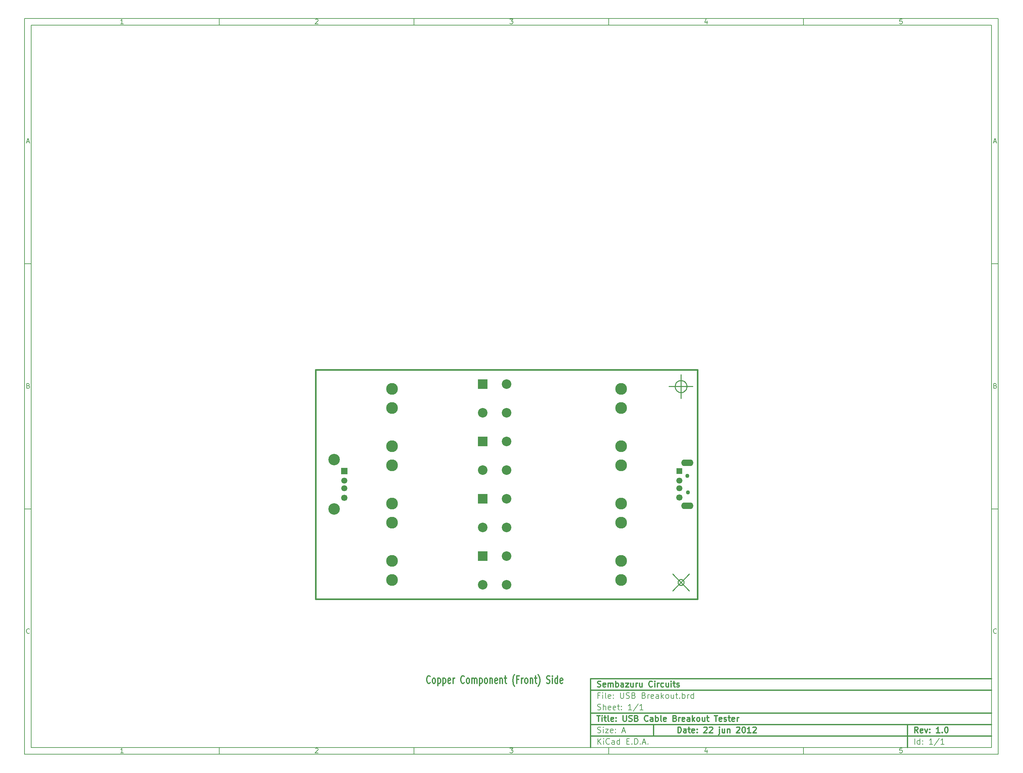
<source format=gtl>
G04 (created by PCBNEW-RS274X (2012-01-19 BZR 3256)-stable) date 08/08/2012 15:29:01*
G01*
G70*
G90*
%MOIN*%
G04 Gerber Fmt 3.4, Leading zero omitted, Abs format*
%FSLAX34Y34*%
G04 APERTURE LIST*
%ADD10C,0.006000*%
%ADD11C,0.012000*%
%ADD12C,0.010000*%
%ADD13C,0.015000*%
%ADD14R,0.100000X0.100000*%
%ADD15C,0.100000*%
%ADD16R,0.063200X0.063200*%
%ADD17O,0.066200X0.059100*%
%ADD18C,0.066200*%
%ADD19O,0.128400X0.069400*%
%ADD20C,0.043300*%
%ADD21R,0.066200X0.066200*%
%ADD22C,0.120600*%
%ADD23C,0.123000*%
G04 APERTURE END LIST*
G54D10*
X-30500Y36750D02*
X71500Y36750D01*
X71500Y-40250D01*
X-30500Y-40250D01*
X-30500Y36750D01*
X-29800Y36050D02*
X70800Y36050D01*
X70800Y-39550D01*
X-29800Y-39550D01*
X-29800Y36050D01*
X-10100Y36750D02*
X-10100Y36050D01*
X-20157Y36198D02*
X-20443Y36198D01*
X-20300Y36198D02*
X-20300Y36698D01*
X-20348Y36626D01*
X-20395Y36579D01*
X-20443Y36555D01*
X-10100Y-40250D02*
X-10100Y-39550D01*
X-20157Y-40102D02*
X-20443Y-40102D01*
X-20300Y-40102D02*
X-20300Y-39602D01*
X-20348Y-39674D01*
X-20395Y-39721D01*
X-20443Y-39745D01*
X10300Y36750D02*
X10300Y36050D01*
X-00043Y36650D02*
X-00019Y36674D01*
X00029Y36698D01*
X00148Y36698D01*
X00195Y36674D01*
X00219Y36650D01*
X00243Y36602D01*
X00243Y36555D01*
X00219Y36483D01*
X-00067Y36198D01*
X00243Y36198D01*
X10300Y-40250D02*
X10300Y-39550D01*
X-00043Y-39650D02*
X-00019Y-39626D01*
X00029Y-39602D01*
X00148Y-39602D01*
X00195Y-39626D01*
X00219Y-39650D01*
X00243Y-39698D01*
X00243Y-39745D01*
X00219Y-39817D01*
X-00067Y-40102D01*
X00243Y-40102D01*
X30700Y36750D02*
X30700Y36050D01*
X20333Y36698D02*
X20643Y36698D01*
X20476Y36507D01*
X20548Y36507D01*
X20595Y36483D01*
X20619Y36460D01*
X20643Y36412D01*
X20643Y36293D01*
X20619Y36245D01*
X20595Y36221D01*
X20548Y36198D01*
X20405Y36198D01*
X20357Y36221D01*
X20333Y36245D01*
X30700Y-40250D02*
X30700Y-39550D01*
X20333Y-39602D02*
X20643Y-39602D01*
X20476Y-39793D01*
X20548Y-39793D01*
X20595Y-39817D01*
X20619Y-39840D01*
X20643Y-39888D01*
X20643Y-40007D01*
X20619Y-40055D01*
X20595Y-40079D01*
X20548Y-40102D01*
X20405Y-40102D01*
X20357Y-40079D01*
X20333Y-40055D01*
X51100Y36750D02*
X51100Y36050D01*
X40995Y36531D02*
X40995Y36198D01*
X40876Y36721D02*
X40757Y36364D01*
X41067Y36364D01*
X51100Y-40250D02*
X51100Y-39550D01*
X40995Y-39769D02*
X40995Y-40102D01*
X40876Y-39579D02*
X40757Y-39936D01*
X41067Y-39936D01*
X61419Y36698D02*
X61181Y36698D01*
X61157Y36460D01*
X61181Y36483D01*
X61229Y36507D01*
X61348Y36507D01*
X61395Y36483D01*
X61419Y36460D01*
X61443Y36412D01*
X61443Y36293D01*
X61419Y36245D01*
X61395Y36221D01*
X61348Y36198D01*
X61229Y36198D01*
X61181Y36221D01*
X61157Y36245D01*
X61419Y-39602D02*
X61181Y-39602D01*
X61157Y-39840D01*
X61181Y-39817D01*
X61229Y-39793D01*
X61348Y-39793D01*
X61395Y-39817D01*
X61419Y-39840D01*
X61443Y-39888D01*
X61443Y-40007D01*
X61419Y-40055D01*
X61395Y-40079D01*
X61348Y-40102D01*
X61229Y-40102D01*
X61181Y-40079D01*
X61157Y-40055D01*
X-30500Y11090D02*
X-29800Y11090D01*
X-30269Y23860D02*
X-30031Y23860D01*
X-30316Y23718D02*
X-30150Y24218D01*
X-29983Y23718D01*
X71500Y11090D02*
X70800Y11090D01*
X71031Y23860D02*
X71269Y23860D01*
X70984Y23718D02*
X71150Y24218D01*
X71317Y23718D01*
X-30500Y-14570D02*
X-29800Y-14570D01*
X-30114Y-01680D02*
X-30043Y-01704D01*
X-30019Y-01728D01*
X-29995Y-01776D01*
X-29995Y-01847D01*
X-30019Y-01895D01*
X-30043Y-01919D01*
X-30090Y-01942D01*
X-30281Y-01942D01*
X-30281Y-01442D01*
X-30114Y-01442D01*
X-30067Y-01466D01*
X-30043Y-01490D01*
X-30019Y-01538D01*
X-30019Y-01585D01*
X-30043Y-01633D01*
X-30067Y-01657D01*
X-30114Y-01680D01*
X-30281Y-01680D01*
X71500Y-14570D02*
X70800Y-14570D01*
X71186Y-01680D02*
X71257Y-01704D01*
X71281Y-01728D01*
X71305Y-01776D01*
X71305Y-01847D01*
X71281Y-01895D01*
X71257Y-01919D01*
X71210Y-01942D01*
X71019Y-01942D01*
X71019Y-01442D01*
X71186Y-01442D01*
X71233Y-01466D01*
X71257Y-01490D01*
X71281Y-01538D01*
X71281Y-01585D01*
X71257Y-01633D01*
X71233Y-01657D01*
X71186Y-01680D01*
X71019Y-01680D01*
X-29995Y-27555D02*
X-30019Y-27579D01*
X-30090Y-27602D01*
X-30138Y-27602D01*
X-30210Y-27579D01*
X-30257Y-27531D01*
X-30281Y-27483D01*
X-30305Y-27388D01*
X-30305Y-27317D01*
X-30281Y-27221D01*
X-30257Y-27174D01*
X-30210Y-27126D01*
X-30138Y-27102D01*
X-30090Y-27102D01*
X-30019Y-27126D01*
X-29995Y-27150D01*
X71305Y-27555D02*
X71281Y-27579D01*
X71210Y-27602D01*
X71162Y-27602D01*
X71090Y-27579D01*
X71043Y-27531D01*
X71019Y-27483D01*
X70995Y-27388D01*
X70995Y-27317D01*
X71019Y-27221D01*
X71043Y-27174D01*
X71090Y-27126D01*
X71162Y-27102D01*
X71210Y-27102D01*
X71281Y-27126D01*
X71305Y-27150D01*
G54D11*
X37943Y-37993D02*
X37943Y-37393D01*
X38086Y-37393D01*
X38171Y-37421D01*
X38229Y-37479D01*
X38257Y-37536D01*
X38286Y-37650D01*
X38286Y-37736D01*
X38257Y-37850D01*
X38229Y-37907D01*
X38171Y-37964D01*
X38086Y-37993D01*
X37943Y-37993D01*
X38800Y-37993D02*
X38800Y-37679D01*
X38771Y-37621D01*
X38714Y-37593D01*
X38600Y-37593D01*
X38543Y-37621D01*
X38800Y-37964D02*
X38743Y-37993D01*
X38600Y-37993D01*
X38543Y-37964D01*
X38514Y-37907D01*
X38514Y-37850D01*
X38543Y-37793D01*
X38600Y-37764D01*
X38743Y-37764D01*
X38800Y-37736D01*
X39000Y-37593D02*
X39229Y-37593D01*
X39086Y-37393D02*
X39086Y-37907D01*
X39114Y-37964D01*
X39172Y-37993D01*
X39229Y-37993D01*
X39657Y-37964D02*
X39600Y-37993D01*
X39486Y-37993D01*
X39429Y-37964D01*
X39400Y-37907D01*
X39400Y-37679D01*
X39429Y-37621D01*
X39486Y-37593D01*
X39600Y-37593D01*
X39657Y-37621D01*
X39686Y-37679D01*
X39686Y-37736D01*
X39400Y-37793D01*
X39943Y-37936D02*
X39971Y-37964D01*
X39943Y-37993D01*
X39914Y-37964D01*
X39943Y-37936D01*
X39943Y-37993D01*
X39943Y-37621D02*
X39971Y-37650D01*
X39943Y-37679D01*
X39914Y-37650D01*
X39943Y-37621D01*
X39943Y-37679D01*
X40657Y-37450D02*
X40686Y-37421D01*
X40743Y-37393D01*
X40886Y-37393D01*
X40943Y-37421D01*
X40972Y-37450D01*
X41000Y-37507D01*
X41000Y-37564D01*
X40972Y-37650D01*
X40629Y-37993D01*
X41000Y-37993D01*
X41228Y-37450D02*
X41257Y-37421D01*
X41314Y-37393D01*
X41457Y-37393D01*
X41514Y-37421D01*
X41543Y-37450D01*
X41571Y-37507D01*
X41571Y-37564D01*
X41543Y-37650D01*
X41200Y-37993D01*
X41571Y-37993D01*
X42285Y-37593D02*
X42285Y-38107D01*
X42256Y-38164D01*
X42199Y-38193D01*
X42171Y-38193D01*
X42285Y-37393D02*
X42256Y-37421D01*
X42285Y-37450D01*
X42313Y-37421D01*
X42285Y-37393D01*
X42285Y-37450D01*
X42828Y-37593D02*
X42828Y-37993D01*
X42571Y-37593D02*
X42571Y-37907D01*
X42599Y-37964D01*
X42657Y-37993D01*
X42742Y-37993D01*
X42799Y-37964D01*
X42828Y-37936D01*
X43114Y-37593D02*
X43114Y-37993D01*
X43114Y-37650D02*
X43142Y-37621D01*
X43200Y-37593D01*
X43285Y-37593D01*
X43342Y-37621D01*
X43371Y-37679D01*
X43371Y-37993D01*
X44085Y-37450D02*
X44114Y-37421D01*
X44171Y-37393D01*
X44314Y-37393D01*
X44371Y-37421D01*
X44400Y-37450D01*
X44428Y-37507D01*
X44428Y-37564D01*
X44400Y-37650D01*
X44057Y-37993D01*
X44428Y-37993D01*
X44799Y-37393D02*
X44856Y-37393D01*
X44913Y-37421D01*
X44942Y-37450D01*
X44971Y-37507D01*
X44999Y-37621D01*
X44999Y-37764D01*
X44971Y-37879D01*
X44942Y-37936D01*
X44913Y-37964D01*
X44856Y-37993D01*
X44799Y-37993D01*
X44742Y-37964D01*
X44713Y-37936D01*
X44685Y-37879D01*
X44656Y-37764D01*
X44656Y-37621D01*
X44685Y-37507D01*
X44713Y-37450D01*
X44742Y-37421D01*
X44799Y-37393D01*
X45570Y-37993D02*
X45227Y-37993D01*
X45399Y-37993D02*
X45399Y-37393D01*
X45342Y-37479D01*
X45284Y-37536D01*
X45227Y-37564D01*
X45798Y-37450D02*
X45827Y-37421D01*
X45884Y-37393D01*
X46027Y-37393D01*
X46084Y-37421D01*
X46113Y-37450D01*
X46141Y-37507D01*
X46141Y-37564D01*
X46113Y-37650D01*
X45770Y-37993D01*
X46141Y-37993D01*
G54D10*
X29543Y-39193D02*
X29543Y-38593D01*
X29886Y-39193D02*
X29629Y-38850D01*
X29886Y-38593D02*
X29543Y-38936D01*
X30143Y-39193D02*
X30143Y-38793D01*
X30143Y-38593D02*
X30114Y-38621D01*
X30143Y-38650D01*
X30171Y-38621D01*
X30143Y-38593D01*
X30143Y-38650D01*
X30772Y-39136D02*
X30743Y-39164D01*
X30657Y-39193D01*
X30600Y-39193D01*
X30515Y-39164D01*
X30457Y-39107D01*
X30429Y-39050D01*
X30400Y-38936D01*
X30400Y-38850D01*
X30429Y-38736D01*
X30457Y-38679D01*
X30515Y-38621D01*
X30600Y-38593D01*
X30657Y-38593D01*
X30743Y-38621D01*
X30772Y-38650D01*
X31286Y-39193D02*
X31286Y-38879D01*
X31257Y-38821D01*
X31200Y-38793D01*
X31086Y-38793D01*
X31029Y-38821D01*
X31286Y-39164D02*
X31229Y-39193D01*
X31086Y-39193D01*
X31029Y-39164D01*
X31000Y-39107D01*
X31000Y-39050D01*
X31029Y-38993D01*
X31086Y-38964D01*
X31229Y-38964D01*
X31286Y-38936D01*
X31829Y-39193D02*
X31829Y-38593D01*
X31829Y-39164D02*
X31772Y-39193D01*
X31658Y-39193D01*
X31600Y-39164D01*
X31572Y-39136D01*
X31543Y-39079D01*
X31543Y-38907D01*
X31572Y-38850D01*
X31600Y-38821D01*
X31658Y-38793D01*
X31772Y-38793D01*
X31829Y-38821D01*
X32572Y-38879D02*
X32772Y-38879D01*
X32858Y-39193D02*
X32572Y-39193D01*
X32572Y-38593D01*
X32858Y-38593D01*
X33115Y-39136D02*
X33143Y-39164D01*
X33115Y-39193D01*
X33086Y-39164D01*
X33115Y-39136D01*
X33115Y-39193D01*
X33401Y-39193D02*
X33401Y-38593D01*
X33544Y-38593D01*
X33629Y-38621D01*
X33687Y-38679D01*
X33715Y-38736D01*
X33744Y-38850D01*
X33744Y-38936D01*
X33715Y-39050D01*
X33687Y-39107D01*
X33629Y-39164D01*
X33544Y-39193D01*
X33401Y-39193D01*
X34001Y-39136D02*
X34029Y-39164D01*
X34001Y-39193D01*
X33972Y-39164D01*
X34001Y-39136D01*
X34001Y-39193D01*
X34258Y-39021D02*
X34544Y-39021D01*
X34201Y-39193D02*
X34401Y-38593D01*
X34601Y-39193D01*
X34801Y-39136D02*
X34829Y-39164D01*
X34801Y-39193D01*
X34772Y-39164D01*
X34801Y-39136D01*
X34801Y-39193D01*
G54D11*
X63086Y-37993D02*
X62886Y-37707D01*
X62743Y-37993D02*
X62743Y-37393D01*
X62971Y-37393D01*
X63029Y-37421D01*
X63057Y-37450D01*
X63086Y-37507D01*
X63086Y-37593D01*
X63057Y-37650D01*
X63029Y-37679D01*
X62971Y-37707D01*
X62743Y-37707D01*
X63571Y-37964D02*
X63514Y-37993D01*
X63400Y-37993D01*
X63343Y-37964D01*
X63314Y-37907D01*
X63314Y-37679D01*
X63343Y-37621D01*
X63400Y-37593D01*
X63514Y-37593D01*
X63571Y-37621D01*
X63600Y-37679D01*
X63600Y-37736D01*
X63314Y-37793D01*
X63800Y-37593D02*
X63943Y-37993D01*
X64085Y-37593D01*
X64314Y-37936D02*
X64342Y-37964D01*
X64314Y-37993D01*
X64285Y-37964D01*
X64314Y-37936D01*
X64314Y-37993D01*
X64314Y-37621D02*
X64342Y-37650D01*
X64314Y-37679D01*
X64285Y-37650D01*
X64314Y-37621D01*
X64314Y-37679D01*
X65371Y-37993D02*
X65028Y-37993D01*
X65200Y-37993D02*
X65200Y-37393D01*
X65143Y-37479D01*
X65085Y-37536D01*
X65028Y-37564D01*
X65628Y-37936D02*
X65656Y-37964D01*
X65628Y-37993D01*
X65599Y-37964D01*
X65628Y-37936D01*
X65628Y-37993D01*
X66028Y-37393D02*
X66085Y-37393D01*
X66142Y-37421D01*
X66171Y-37450D01*
X66200Y-37507D01*
X66228Y-37621D01*
X66228Y-37764D01*
X66200Y-37879D01*
X66171Y-37936D01*
X66142Y-37964D01*
X66085Y-37993D01*
X66028Y-37993D01*
X65971Y-37964D01*
X65942Y-37936D01*
X65914Y-37879D01*
X65885Y-37764D01*
X65885Y-37621D01*
X65914Y-37507D01*
X65942Y-37450D01*
X65971Y-37421D01*
X66028Y-37393D01*
G54D10*
X29514Y-37964D02*
X29600Y-37993D01*
X29743Y-37993D01*
X29800Y-37964D01*
X29829Y-37936D01*
X29857Y-37879D01*
X29857Y-37821D01*
X29829Y-37764D01*
X29800Y-37736D01*
X29743Y-37707D01*
X29629Y-37679D01*
X29571Y-37650D01*
X29543Y-37621D01*
X29514Y-37564D01*
X29514Y-37507D01*
X29543Y-37450D01*
X29571Y-37421D01*
X29629Y-37393D01*
X29771Y-37393D01*
X29857Y-37421D01*
X30114Y-37993D02*
X30114Y-37593D01*
X30114Y-37393D02*
X30085Y-37421D01*
X30114Y-37450D01*
X30142Y-37421D01*
X30114Y-37393D01*
X30114Y-37450D01*
X30343Y-37593D02*
X30657Y-37593D01*
X30343Y-37993D01*
X30657Y-37993D01*
X31114Y-37964D02*
X31057Y-37993D01*
X30943Y-37993D01*
X30886Y-37964D01*
X30857Y-37907D01*
X30857Y-37679D01*
X30886Y-37621D01*
X30943Y-37593D01*
X31057Y-37593D01*
X31114Y-37621D01*
X31143Y-37679D01*
X31143Y-37736D01*
X30857Y-37793D01*
X31400Y-37936D02*
X31428Y-37964D01*
X31400Y-37993D01*
X31371Y-37964D01*
X31400Y-37936D01*
X31400Y-37993D01*
X31400Y-37621D02*
X31428Y-37650D01*
X31400Y-37679D01*
X31371Y-37650D01*
X31400Y-37621D01*
X31400Y-37679D01*
X32114Y-37821D02*
X32400Y-37821D01*
X32057Y-37993D02*
X32257Y-37393D01*
X32457Y-37993D01*
X62743Y-39193D02*
X62743Y-38593D01*
X63286Y-39193D02*
X63286Y-38593D01*
X63286Y-39164D02*
X63229Y-39193D01*
X63115Y-39193D01*
X63057Y-39164D01*
X63029Y-39136D01*
X63000Y-39079D01*
X63000Y-38907D01*
X63029Y-38850D01*
X63057Y-38821D01*
X63115Y-38793D01*
X63229Y-38793D01*
X63286Y-38821D01*
X63572Y-39136D02*
X63600Y-39164D01*
X63572Y-39193D01*
X63543Y-39164D01*
X63572Y-39136D01*
X63572Y-39193D01*
X63572Y-38821D02*
X63600Y-38850D01*
X63572Y-38879D01*
X63543Y-38850D01*
X63572Y-38821D01*
X63572Y-38879D01*
X64629Y-39193D02*
X64286Y-39193D01*
X64458Y-39193D02*
X64458Y-38593D01*
X64401Y-38679D01*
X64343Y-38736D01*
X64286Y-38764D01*
X65314Y-38564D02*
X64800Y-39336D01*
X65829Y-39193D02*
X65486Y-39193D01*
X65658Y-39193D02*
X65658Y-38593D01*
X65601Y-38679D01*
X65543Y-38736D01*
X65486Y-38764D01*
G54D11*
X29457Y-36193D02*
X29800Y-36193D01*
X29629Y-36793D02*
X29629Y-36193D01*
X30000Y-36793D02*
X30000Y-36393D01*
X30000Y-36193D02*
X29971Y-36221D01*
X30000Y-36250D01*
X30028Y-36221D01*
X30000Y-36193D01*
X30000Y-36250D01*
X30200Y-36393D02*
X30429Y-36393D01*
X30286Y-36193D02*
X30286Y-36707D01*
X30314Y-36764D01*
X30372Y-36793D01*
X30429Y-36793D01*
X30715Y-36793D02*
X30657Y-36764D01*
X30629Y-36707D01*
X30629Y-36193D01*
X31171Y-36764D02*
X31114Y-36793D01*
X31000Y-36793D01*
X30943Y-36764D01*
X30914Y-36707D01*
X30914Y-36479D01*
X30943Y-36421D01*
X31000Y-36393D01*
X31114Y-36393D01*
X31171Y-36421D01*
X31200Y-36479D01*
X31200Y-36536D01*
X30914Y-36593D01*
X31457Y-36736D02*
X31485Y-36764D01*
X31457Y-36793D01*
X31428Y-36764D01*
X31457Y-36736D01*
X31457Y-36793D01*
X31457Y-36421D02*
X31485Y-36450D01*
X31457Y-36479D01*
X31428Y-36450D01*
X31457Y-36421D01*
X31457Y-36479D01*
X32200Y-36193D02*
X32200Y-36679D01*
X32228Y-36736D01*
X32257Y-36764D01*
X32314Y-36793D01*
X32428Y-36793D01*
X32486Y-36764D01*
X32514Y-36736D01*
X32543Y-36679D01*
X32543Y-36193D01*
X32800Y-36764D02*
X32886Y-36793D01*
X33029Y-36793D01*
X33086Y-36764D01*
X33115Y-36736D01*
X33143Y-36679D01*
X33143Y-36621D01*
X33115Y-36564D01*
X33086Y-36536D01*
X33029Y-36507D01*
X32915Y-36479D01*
X32857Y-36450D01*
X32829Y-36421D01*
X32800Y-36364D01*
X32800Y-36307D01*
X32829Y-36250D01*
X32857Y-36221D01*
X32915Y-36193D01*
X33057Y-36193D01*
X33143Y-36221D01*
X33600Y-36479D02*
X33686Y-36507D01*
X33714Y-36536D01*
X33743Y-36593D01*
X33743Y-36679D01*
X33714Y-36736D01*
X33686Y-36764D01*
X33628Y-36793D01*
X33400Y-36793D01*
X33400Y-36193D01*
X33600Y-36193D01*
X33657Y-36221D01*
X33686Y-36250D01*
X33714Y-36307D01*
X33714Y-36364D01*
X33686Y-36421D01*
X33657Y-36450D01*
X33600Y-36479D01*
X33400Y-36479D01*
X34800Y-36736D02*
X34771Y-36764D01*
X34685Y-36793D01*
X34628Y-36793D01*
X34543Y-36764D01*
X34485Y-36707D01*
X34457Y-36650D01*
X34428Y-36536D01*
X34428Y-36450D01*
X34457Y-36336D01*
X34485Y-36279D01*
X34543Y-36221D01*
X34628Y-36193D01*
X34685Y-36193D01*
X34771Y-36221D01*
X34800Y-36250D01*
X35314Y-36793D02*
X35314Y-36479D01*
X35285Y-36421D01*
X35228Y-36393D01*
X35114Y-36393D01*
X35057Y-36421D01*
X35314Y-36764D02*
X35257Y-36793D01*
X35114Y-36793D01*
X35057Y-36764D01*
X35028Y-36707D01*
X35028Y-36650D01*
X35057Y-36593D01*
X35114Y-36564D01*
X35257Y-36564D01*
X35314Y-36536D01*
X35600Y-36793D02*
X35600Y-36193D01*
X35600Y-36421D02*
X35657Y-36393D01*
X35771Y-36393D01*
X35828Y-36421D01*
X35857Y-36450D01*
X35886Y-36507D01*
X35886Y-36679D01*
X35857Y-36736D01*
X35828Y-36764D01*
X35771Y-36793D01*
X35657Y-36793D01*
X35600Y-36764D01*
X36229Y-36793D02*
X36171Y-36764D01*
X36143Y-36707D01*
X36143Y-36193D01*
X36685Y-36764D02*
X36628Y-36793D01*
X36514Y-36793D01*
X36457Y-36764D01*
X36428Y-36707D01*
X36428Y-36479D01*
X36457Y-36421D01*
X36514Y-36393D01*
X36628Y-36393D01*
X36685Y-36421D01*
X36714Y-36479D01*
X36714Y-36536D01*
X36428Y-36593D01*
X37628Y-36479D02*
X37714Y-36507D01*
X37742Y-36536D01*
X37771Y-36593D01*
X37771Y-36679D01*
X37742Y-36736D01*
X37714Y-36764D01*
X37656Y-36793D01*
X37428Y-36793D01*
X37428Y-36193D01*
X37628Y-36193D01*
X37685Y-36221D01*
X37714Y-36250D01*
X37742Y-36307D01*
X37742Y-36364D01*
X37714Y-36421D01*
X37685Y-36450D01*
X37628Y-36479D01*
X37428Y-36479D01*
X38028Y-36793D02*
X38028Y-36393D01*
X38028Y-36507D02*
X38056Y-36450D01*
X38085Y-36421D01*
X38142Y-36393D01*
X38199Y-36393D01*
X38627Y-36764D02*
X38570Y-36793D01*
X38456Y-36793D01*
X38399Y-36764D01*
X38370Y-36707D01*
X38370Y-36479D01*
X38399Y-36421D01*
X38456Y-36393D01*
X38570Y-36393D01*
X38627Y-36421D01*
X38656Y-36479D01*
X38656Y-36536D01*
X38370Y-36593D01*
X39170Y-36793D02*
X39170Y-36479D01*
X39141Y-36421D01*
X39084Y-36393D01*
X38970Y-36393D01*
X38913Y-36421D01*
X39170Y-36764D02*
X39113Y-36793D01*
X38970Y-36793D01*
X38913Y-36764D01*
X38884Y-36707D01*
X38884Y-36650D01*
X38913Y-36593D01*
X38970Y-36564D01*
X39113Y-36564D01*
X39170Y-36536D01*
X39456Y-36793D02*
X39456Y-36193D01*
X39513Y-36564D02*
X39684Y-36793D01*
X39684Y-36393D02*
X39456Y-36621D01*
X40028Y-36793D02*
X39970Y-36764D01*
X39942Y-36736D01*
X39913Y-36679D01*
X39913Y-36507D01*
X39942Y-36450D01*
X39970Y-36421D01*
X40028Y-36393D01*
X40113Y-36393D01*
X40170Y-36421D01*
X40199Y-36450D01*
X40228Y-36507D01*
X40228Y-36679D01*
X40199Y-36736D01*
X40170Y-36764D01*
X40113Y-36793D01*
X40028Y-36793D01*
X40742Y-36393D02*
X40742Y-36793D01*
X40485Y-36393D02*
X40485Y-36707D01*
X40513Y-36764D01*
X40571Y-36793D01*
X40656Y-36793D01*
X40713Y-36764D01*
X40742Y-36736D01*
X40942Y-36393D02*
X41171Y-36393D01*
X41028Y-36193D02*
X41028Y-36707D01*
X41056Y-36764D01*
X41114Y-36793D01*
X41171Y-36793D01*
X41742Y-36193D02*
X42085Y-36193D01*
X41914Y-36793D02*
X41914Y-36193D01*
X42513Y-36764D02*
X42456Y-36793D01*
X42342Y-36793D01*
X42285Y-36764D01*
X42256Y-36707D01*
X42256Y-36479D01*
X42285Y-36421D01*
X42342Y-36393D01*
X42456Y-36393D01*
X42513Y-36421D01*
X42542Y-36479D01*
X42542Y-36536D01*
X42256Y-36593D01*
X42770Y-36764D02*
X42827Y-36793D01*
X42942Y-36793D01*
X42999Y-36764D01*
X43027Y-36707D01*
X43027Y-36679D01*
X42999Y-36621D01*
X42942Y-36593D01*
X42856Y-36593D01*
X42799Y-36564D01*
X42770Y-36507D01*
X42770Y-36479D01*
X42799Y-36421D01*
X42856Y-36393D01*
X42942Y-36393D01*
X42999Y-36421D01*
X43199Y-36393D02*
X43428Y-36393D01*
X43285Y-36193D02*
X43285Y-36707D01*
X43313Y-36764D01*
X43371Y-36793D01*
X43428Y-36793D01*
X43856Y-36764D02*
X43799Y-36793D01*
X43685Y-36793D01*
X43628Y-36764D01*
X43599Y-36707D01*
X43599Y-36479D01*
X43628Y-36421D01*
X43685Y-36393D01*
X43799Y-36393D01*
X43856Y-36421D01*
X43885Y-36479D01*
X43885Y-36536D01*
X43599Y-36593D01*
X44142Y-36793D02*
X44142Y-36393D01*
X44142Y-36507D02*
X44170Y-36450D01*
X44199Y-36421D01*
X44256Y-36393D01*
X44313Y-36393D01*
G54D10*
X29743Y-34079D02*
X29543Y-34079D01*
X29543Y-34393D02*
X29543Y-33793D01*
X29829Y-33793D01*
X30057Y-34393D02*
X30057Y-33993D01*
X30057Y-33793D02*
X30028Y-33821D01*
X30057Y-33850D01*
X30085Y-33821D01*
X30057Y-33793D01*
X30057Y-33850D01*
X30429Y-34393D02*
X30371Y-34364D01*
X30343Y-34307D01*
X30343Y-33793D01*
X30885Y-34364D02*
X30828Y-34393D01*
X30714Y-34393D01*
X30657Y-34364D01*
X30628Y-34307D01*
X30628Y-34079D01*
X30657Y-34021D01*
X30714Y-33993D01*
X30828Y-33993D01*
X30885Y-34021D01*
X30914Y-34079D01*
X30914Y-34136D01*
X30628Y-34193D01*
X31171Y-34336D02*
X31199Y-34364D01*
X31171Y-34393D01*
X31142Y-34364D01*
X31171Y-34336D01*
X31171Y-34393D01*
X31171Y-34021D02*
X31199Y-34050D01*
X31171Y-34079D01*
X31142Y-34050D01*
X31171Y-34021D01*
X31171Y-34079D01*
X31914Y-33793D02*
X31914Y-34279D01*
X31942Y-34336D01*
X31971Y-34364D01*
X32028Y-34393D01*
X32142Y-34393D01*
X32200Y-34364D01*
X32228Y-34336D01*
X32257Y-34279D01*
X32257Y-33793D01*
X32514Y-34364D02*
X32600Y-34393D01*
X32743Y-34393D01*
X32800Y-34364D01*
X32829Y-34336D01*
X32857Y-34279D01*
X32857Y-34221D01*
X32829Y-34164D01*
X32800Y-34136D01*
X32743Y-34107D01*
X32629Y-34079D01*
X32571Y-34050D01*
X32543Y-34021D01*
X32514Y-33964D01*
X32514Y-33907D01*
X32543Y-33850D01*
X32571Y-33821D01*
X32629Y-33793D01*
X32771Y-33793D01*
X32857Y-33821D01*
X33314Y-34079D02*
X33400Y-34107D01*
X33428Y-34136D01*
X33457Y-34193D01*
X33457Y-34279D01*
X33428Y-34336D01*
X33400Y-34364D01*
X33342Y-34393D01*
X33114Y-34393D01*
X33114Y-33793D01*
X33314Y-33793D01*
X33371Y-33821D01*
X33400Y-33850D01*
X33428Y-33907D01*
X33428Y-33964D01*
X33400Y-34021D01*
X33371Y-34050D01*
X33314Y-34079D01*
X33114Y-34079D01*
X34371Y-34079D02*
X34457Y-34107D01*
X34485Y-34136D01*
X34514Y-34193D01*
X34514Y-34279D01*
X34485Y-34336D01*
X34457Y-34364D01*
X34399Y-34393D01*
X34171Y-34393D01*
X34171Y-33793D01*
X34371Y-33793D01*
X34428Y-33821D01*
X34457Y-33850D01*
X34485Y-33907D01*
X34485Y-33964D01*
X34457Y-34021D01*
X34428Y-34050D01*
X34371Y-34079D01*
X34171Y-34079D01*
X34771Y-34393D02*
X34771Y-33993D01*
X34771Y-34107D02*
X34799Y-34050D01*
X34828Y-34021D01*
X34885Y-33993D01*
X34942Y-33993D01*
X35370Y-34364D02*
X35313Y-34393D01*
X35199Y-34393D01*
X35142Y-34364D01*
X35113Y-34307D01*
X35113Y-34079D01*
X35142Y-34021D01*
X35199Y-33993D01*
X35313Y-33993D01*
X35370Y-34021D01*
X35399Y-34079D01*
X35399Y-34136D01*
X35113Y-34193D01*
X35913Y-34393D02*
X35913Y-34079D01*
X35884Y-34021D01*
X35827Y-33993D01*
X35713Y-33993D01*
X35656Y-34021D01*
X35913Y-34364D02*
X35856Y-34393D01*
X35713Y-34393D01*
X35656Y-34364D01*
X35627Y-34307D01*
X35627Y-34250D01*
X35656Y-34193D01*
X35713Y-34164D01*
X35856Y-34164D01*
X35913Y-34136D01*
X36199Y-34393D02*
X36199Y-33793D01*
X36256Y-34164D02*
X36427Y-34393D01*
X36427Y-33993D02*
X36199Y-34221D01*
X36771Y-34393D02*
X36713Y-34364D01*
X36685Y-34336D01*
X36656Y-34279D01*
X36656Y-34107D01*
X36685Y-34050D01*
X36713Y-34021D01*
X36771Y-33993D01*
X36856Y-33993D01*
X36913Y-34021D01*
X36942Y-34050D01*
X36971Y-34107D01*
X36971Y-34279D01*
X36942Y-34336D01*
X36913Y-34364D01*
X36856Y-34393D01*
X36771Y-34393D01*
X37485Y-33993D02*
X37485Y-34393D01*
X37228Y-33993D02*
X37228Y-34307D01*
X37256Y-34364D01*
X37314Y-34393D01*
X37399Y-34393D01*
X37456Y-34364D01*
X37485Y-34336D01*
X37685Y-33993D02*
X37914Y-33993D01*
X37771Y-33793D02*
X37771Y-34307D01*
X37799Y-34364D01*
X37857Y-34393D01*
X37914Y-34393D01*
X38114Y-34336D02*
X38142Y-34364D01*
X38114Y-34393D01*
X38085Y-34364D01*
X38114Y-34336D01*
X38114Y-34393D01*
X38400Y-34393D02*
X38400Y-33793D01*
X38400Y-34021D02*
X38457Y-33993D01*
X38571Y-33993D01*
X38628Y-34021D01*
X38657Y-34050D01*
X38686Y-34107D01*
X38686Y-34279D01*
X38657Y-34336D01*
X38628Y-34364D01*
X38571Y-34393D01*
X38457Y-34393D01*
X38400Y-34364D01*
X38943Y-34393D02*
X38943Y-33993D01*
X38943Y-34107D02*
X38971Y-34050D01*
X39000Y-34021D01*
X39057Y-33993D01*
X39114Y-33993D01*
X39571Y-34393D02*
X39571Y-33793D01*
X39571Y-34364D02*
X39514Y-34393D01*
X39400Y-34393D01*
X39342Y-34364D01*
X39314Y-34336D01*
X39285Y-34279D01*
X39285Y-34107D01*
X39314Y-34050D01*
X39342Y-34021D01*
X39400Y-33993D01*
X39514Y-33993D01*
X39571Y-34021D01*
X29514Y-35564D02*
X29600Y-35593D01*
X29743Y-35593D01*
X29800Y-35564D01*
X29829Y-35536D01*
X29857Y-35479D01*
X29857Y-35421D01*
X29829Y-35364D01*
X29800Y-35336D01*
X29743Y-35307D01*
X29629Y-35279D01*
X29571Y-35250D01*
X29543Y-35221D01*
X29514Y-35164D01*
X29514Y-35107D01*
X29543Y-35050D01*
X29571Y-35021D01*
X29629Y-34993D01*
X29771Y-34993D01*
X29857Y-35021D01*
X30114Y-35593D02*
X30114Y-34993D01*
X30371Y-35593D02*
X30371Y-35279D01*
X30342Y-35221D01*
X30285Y-35193D01*
X30200Y-35193D01*
X30142Y-35221D01*
X30114Y-35250D01*
X30885Y-35564D02*
X30828Y-35593D01*
X30714Y-35593D01*
X30657Y-35564D01*
X30628Y-35507D01*
X30628Y-35279D01*
X30657Y-35221D01*
X30714Y-35193D01*
X30828Y-35193D01*
X30885Y-35221D01*
X30914Y-35279D01*
X30914Y-35336D01*
X30628Y-35393D01*
X31399Y-35564D02*
X31342Y-35593D01*
X31228Y-35593D01*
X31171Y-35564D01*
X31142Y-35507D01*
X31142Y-35279D01*
X31171Y-35221D01*
X31228Y-35193D01*
X31342Y-35193D01*
X31399Y-35221D01*
X31428Y-35279D01*
X31428Y-35336D01*
X31142Y-35393D01*
X31599Y-35193D02*
X31828Y-35193D01*
X31685Y-34993D02*
X31685Y-35507D01*
X31713Y-35564D01*
X31771Y-35593D01*
X31828Y-35593D01*
X32028Y-35536D02*
X32056Y-35564D01*
X32028Y-35593D01*
X31999Y-35564D01*
X32028Y-35536D01*
X32028Y-35593D01*
X32028Y-35221D02*
X32056Y-35250D01*
X32028Y-35279D01*
X31999Y-35250D01*
X32028Y-35221D01*
X32028Y-35279D01*
X33085Y-35593D02*
X32742Y-35593D01*
X32914Y-35593D02*
X32914Y-34993D01*
X32857Y-35079D01*
X32799Y-35136D01*
X32742Y-35164D01*
X33770Y-34964D02*
X33256Y-35736D01*
X34285Y-35593D02*
X33942Y-35593D01*
X34114Y-35593D02*
X34114Y-34993D01*
X34057Y-35079D01*
X33999Y-35136D01*
X33942Y-35164D01*
G54D11*
X29514Y-33164D02*
X29600Y-33193D01*
X29743Y-33193D01*
X29800Y-33164D01*
X29829Y-33136D01*
X29857Y-33079D01*
X29857Y-33021D01*
X29829Y-32964D01*
X29800Y-32936D01*
X29743Y-32907D01*
X29629Y-32879D01*
X29571Y-32850D01*
X29543Y-32821D01*
X29514Y-32764D01*
X29514Y-32707D01*
X29543Y-32650D01*
X29571Y-32621D01*
X29629Y-32593D01*
X29771Y-32593D01*
X29857Y-32621D01*
X30342Y-33164D02*
X30285Y-33193D01*
X30171Y-33193D01*
X30114Y-33164D01*
X30085Y-33107D01*
X30085Y-32879D01*
X30114Y-32821D01*
X30171Y-32793D01*
X30285Y-32793D01*
X30342Y-32821D01*
X30371Y-32879D01*
X30371Y-32936D01*
X30085Y-32993D01*
X30628Y-33193D02*
X30628Y-32793D01*
X30628Y-32850D02*
X30656Y-32821D01*
X30714Y-32793D01*
X30799Y-32793D01*
X30856Y-32821D01*
X30885Y-32879D01*
X30885Y-33193D01*
X30885Y-32879D02*
X30914Y-32821D01*
X30971Y-32793D01*
X31056Y-32793D01*
X31114Y-32821D01*
X31142Y-32879D01*
X31142Y-33193D01*
X31428Y-33193D02*
X31428Y-32593D01*
X31428Y-32821D02*
X31485Y-32793D01*
X31599Y-32793D01*
X31656Y-32821D01*
X31685Y-32850D01*
X31714Y-32907D01*
X31714Y-33079D01*
X31685Y-33136D01*
X31656Y-33164D01*
X31599Y-33193D01*
X31485Y-33193D01*
X31428Y-33164D01*
X32228Y-33193D02*
X32228Y-32879D01*
X32199Y-32821D01*
X32142Y-32793D01*
X32028Y-32793D01*
X31971Y-32821D01*
X32228Y-33164D02*
X32171Y-33193D01*
X32028Y-33193D01*
X31971Y-33164D01*
X31942Y-33107D01*
X31942Y-33050D01*
X31971Y-32993D01*
X32028Y-32964D01*
X32171Y-32964D01*
X32228Y-32936D01*
X32457Y-32793D02*
X32771Y-32793D01*
X32457Y-33193D01*
X32771Y-33193D01*
X33257Y-32793D02*
X33257Y-33193D01*
X33000Y-32793D02*
X33000Y-33107D01*
X33028Y-33164D01*
X33086Y-33193D01*
X33171Y-33193D01*
X33228Y-33164D01*
X33257Y-33136D01*
X33543Y-33193D02*
X33543Y-32793D01*
X33543Y-32907D02*
X33571Y-32850D01*
X33600Y-32821D01*
X33657Y-32793D01*
X33714Y-32793D01*
X34171Y-32793D02*
X34171Y-33193D01*
X33914Y-32793D02*
X33914Y-33107D01*
X33942Y-33164D01*
X34000Y-33193D01*
X34085Y-33193D01*
X34142Y-33164D01*
X34171Y-33136D01*
X35257Y-33136D02*
X35228Y-33164D01*
X35142Y-33193D01*
X35085Y-33193D01*
X35000Y-33164D01*
X34942Y-33107D01*
X34914Y-33050D01*
X34885Y-32936D01*
X34885Y-32850D01*
X34914Y-32736D01*
X34942Y-32679D01*
X35000Y-32621D01*
X35085Y-32593D01*
X35142Y-32593D01*
X35228Y-32621D01*
X35257Y-32650D01*
X35514Y-33193D02*
X35514Y-32793D01*
X35514Y-32593D02*
X35485Y-32621D01*
X35514Y-32650D01*
X35542Y-32621D01*
X35514Y-32593D01*
X35514Y-32650D01*
X35800Y-33193D02*
X35800Y-32793D01*
X35800Y-32907D02*
X35828Y-32850D01*
X35857Y-32821D01*
X35914Y-32793D01*
X35971Y-32793D01*
X36428Y-33164D02*
X36371Y-33193D01*
X36257Y-33193D01*
X36199Y-33164D01*
X36171Y-33136D01*
X36142Y-33079D01*
X36142Y-32907D01*
X36171Y-32850D01*
X36199Y-32821D01*
X36257Y-32793D01*
X36371Y-32793D01*
X36428Y-32821D01*
X36942Y-32793D02*
X36942Y-33193D01*
X36685Y-32793D02*
X36685Y-33107D01*
X36713Y-33164D01*
X36771Y-33193D01*
X36856Y-33193D01*
X36913Y-33164D01*
X36942Y-33136D01*
X37228Y-33193D02*
X37228Y-32793D01*
X37228Y-32593D02*
X37199Y-32621D01*
X37228Y-32650D01*
X37256Y-32621D01*
X37228Y-32593D01*
X37228Y-32650D01*
X37428Y-32793D02*
X37657Y-32793D01*
X37514Y-32593D02*
X37514Y-33107D01*
X37542Y-33164D01*
X37600Y-33193D01*
X37657Y-33193D01*
X37828Y-33164D02*
X37885Y-33193D01*
X38000Y-33193D01*
X38057Y-33164D01*
X38085Y-33107D01*
X38085Y-33079D01*
X38057Y-33021D01*
X38000Y-32993D01*
X37914Y-32993D01*
X37857Y-32964D01*
X37828Y-32907D01*
X37828Y-32879D01*
X37857Y-32821D01*
X37914Y-32793D01*
X38000Y-32793D01*
X38057Y-32821D01*
X28800Y-32350D02*
X28800Y-39550D01*
X28800Y-33550D02*
X70800Y-33550D01*
X28800Y-32350D02*
X70800Y-32350D01*
X28800Y-35950D02*
X70800Y-35950D01*
X62000Y-37150D02*
X62000Y-39550D01*
X28800Y-38350D02*
X70800Y-38350D01*
X28800Y-37150D02*
X70800Y-37150D01*
X35400Y-37150D02*
X35400Y-38350D01*
X11986Y-32748D02*
X11957Y-32786D01*
X11871Y-32824D01*
X11814Y-32824D01*
X11729Y-32786D01*
X11671Y-32710D01*
X11643Y-32633D01*
X11614Y-32481D01*
X11614Y-32367D01*
X11643Y-32214D01*
X11671Y-32138D01*
X11729Y-32062D01*
X11814Y-32024D01*
X11871Y-32024D01*
X11957Y-32062D01*
X11986Y-32100D01*
X12329Y-32824D02*
X12271Y-32786D01*
X12243Y-32748D01*
X12214Y-32671D01*
X12214Y-32443D01*
X12243Y-32367D01*
X12271Y-32329D01*
X12329Y-32290D01*
X12414Y-32290D01*
X12471Y-32329D01*
X12500Y-32367D01*
X12529Y-32443D01*
X12529Y-32671D01*
X12500Y-32748D01*
X12471Y-32786D01*
X12414Y-32824D01*
X12329Y-32824D01*
X12786Y-32290D02*
X12786Y-33090D01*
X12786Y-32329D02*
X12843Y-32290D01*
X12957Y-32290D01*
X13014Y-32329D01*
X13043Y-32367D01*
X13072Y-32443D01*
X13072Y-32671D01*
X13043Y-32748D01*
X13014Y-32786D01*
X12957Y-32824D01*
X12843Y-32824D01*
X12786Y-32786D01*
X13329Y-32290D02*
X13329Y-33090D01*
X13329Y-32329D02*
X13386Y-32290D01*
X13500Y-32290D01*
X13557Y-32329D01*
X13586Y-32367D01*
X13615Y-32443D01*
X13615Y-32671D01*
X13586Y-32748D01*
X13557Y-32786D01*
X13500Y-32824D01*
X13386Y-32824D01*
X13329Y-32786D01*
X14100Y-32786D02*
X14043Y-32824D01*
X13929Y-32824D01*
X13872Y-32786D01*
X13843Y-32710D01*
X13843Y-32405D01*
X13872Y-32329D01*
X13929Y-32290D01*
X14043Y-32290D01*
X14100Y-32329D01*
X14129Y-32405D01*
X14129Y-32481D01*
X13843Y-32557D01*
X14386Y-32824D02*
X14386Y-32290D01*
X14386Y-32443D02*
X14414Y-32367D01*
X14443Y-32329D01*
X14500Y-32290D01*
X14557Y-32290D01*
X15557Y-32748D02*
X15528Y-32786D01*
X15442Y-32824D01*
X15385Y-32824D01*
X15300Y-32786D01*
X15242Y-32710D01*
X15214Y-32633D01*
X15185Y-32481D01*
X15185Y-32367D01*
X15214Y-32214D01*
X15242Y-32138D01*
X15300Y-32062D01*
X15385Y-32024D01*
X15442Y-32024D01*
X15528Y-32062D01*
X15557Y-32100D01*
X15900Y-32824D02*
X15842Y-32786D01*
X15814Y-32748D01*
X15785Y-32671D01*
X15785Y-32443D01*
X15814Y-32367D01*
X15842Y-32329D01*
X15900Y-32290D01*
X15985Y-32290D01*
X16042Y-32329D01*
X16071Y-32367D01*
X16100Y-32443D01*
X16100Y-32671D01*
X16071Y-32748D01*
X16042Y-32786D01*
X15985Y-32824D01*
X15900Y-32824D01*
X16357Y-32824D02*
X16357Y-32290D01*
X16357Y-32367D02*
X16385Y-32329D01*
X16443Y-32290D01*
X16528Y-32290D01*
X16585Y-32329D01*
X16614Y-32405D01*
X16614Y-32824D01*
X16614Y-32405D02*
X16643Y-32329D01*
X16700Y-32290D01*
X16785Y-32290D01*
X16843Y-32329D01*
X16871Y-32405D01*
X16871Y-32824D01*
X17157Y-32290D02*
X17157Y-33090D01*
X17157Y-32329D02*
X17214Y-32290D01*
X17328Y-32290D01*
X17385Y-32329D01*
X17414Y-32367D01*
X17443Y-32443D01*
X17443Y-32671D01*
X17414Y-32748D01*
X17385Y-32786D01*
X17328Y-32824D01*
X17214Y-32824D01*
X17157Y-32786D01*
X17786Y-32824D02*
X17728Y-32786D01*
X17700Y-32748D01*
X17671Y-32671D01*
X17671Y-32443D01*
X17700Y-32367D01*
X17728Y-32329D01*
X17786Y-32290D01*
X17871Y-32290D01*
X17928Y-32329D01*
X17957Y-32367D01*
X17986Y-32443D01*
X17986Y-32671D01*
X17957Y-32748D01*
X17928Y-32786D01*
X17871Y-32824D01*
X17786Y-32824D01*
X18243Y-32290D02*
X18243Y-32824D01*
X18243Y-32367D02*
X18271Y-32329D01*
X18329Y-32290D01*
X18414Y-32290D01*
X18471Y-32329D01*
X18500Y-32405D01*
X18500Y-32824D01*
X19014Y-32786D02*
X18957Y-32824D01*
X18843Y-32824D01*
X18786Y-32786D01*
X18757Y-32710D01*
X18757Y-32405D01*
X18786Y-32329D01*
X18843Y-32290D01*
X18957Y-32290D01*
X19014Y-32329D01*
X19043Y-32405D01*
X19043Y-32481D01*
X18757Y-32557D01*
X19300Y-32290D02*
X19300Y-32824D01*
X19300Y-32367D02*
X19328Y-32329D01*
X19386Y-32290D01*
X19471Y-32290D01*
X19528Y-32329D01*
X19557Y-32405D01*
X19557Y-32824D01*
X19757Y-32290D02*
X19986Y-32290D01*
X19843Y-32024D02*
X19843Y-32710D01*
X19871Y-32786D01*
X19929Y-32824D01*
X19986Y-32824D01*
X20814Y-33129D02*
X20786Y-33090D01*
X20729Y-32976D01*
X20700Y-32900D01*
X20671Y-32786D01*
X20643Y-32595D01*
X20643Y-32443D01*
X20671Y-32252D01*
X20700Y-32138D01*
X20729Y-32062D01*
X20786Y-31948D01*
X20814Y-31910D01*
X21243Y-32405D02*
X21043Y-32405D01*
X21043Y-32824D02*
X21043Y-32024D01*
X21329Y-32024D01*
X21557Y-32824D02*
X21557Y-32290D01*
X21557Y-32443D02*
X21585Y-32367D01*
X21614Y-32329D01*
X21671Y-32290D01*
X21728Y-32290D01*
X22014Y-32824D02*
X21956Y-32786D01*
X21928Y-32748D01*
X21899Y-32671D01*
X21899Y-32443D01*
X21928Y-32367D01*
X21956Y-32329D01*
X22014Y-32290D01*
X22099Y-32290D01*
X22156Y-32329D01*
X22185Y-32367D01*
X22214Y-32443D01*
X22214Y-32671D01*
X22185Y-32748D01*
X22156Y-32786D01*
X22099Y-32824D01*
X22014Y-32824D01*
X22471Y-32290D02*
X22471Y-32824D01*
X22471Y-32367D02*
X22499Y-32329D01*
X22557Y-32290D01*
X22642Y-32290D01*
X22699Y-32329D01*
X22728Y-32405D01*
X22728Y-32824D01*
X22928Y-32290D02*
X23157Y-32290D01*
X23014Y-32024D02*
X23014Y-32710D01*
X23042Y-32786D01*
X23100Y-32824D01*
X23157Y-32824D01*
X23300Y-33129D02*
X23328Y-33090D01*
X23385Y-32976D01*
X23414Y-32900D01*
X23443Y-32786D01*
X23471Y-32595D01*
X23471Y-32443D01*
X23443Y-32252D01*
X23414Y-32138D01*
X23385Y-32062D01*
X23328Y-31948D01*
X23300Y-31910D01*
X24185Y-32786D02*
X24271Y-32824D01*
X24414Y-32824D01*
X24471Y-32786D01*
X24500Y-32748D01*
X24528Y-32671D01*
X24528Y-32595D01*
X24500Y-32519D01*
X24471Y-32481D01*
X24414Y-32443D01*
X24300Y-32405D01*
X24242Y-32367D01*
X24214Y-32329D01*
X24185Y-32252D01*
X24185Y-32176D01*
X24214Y-32100D01*
X24242Y-32062D01*
X24300Y-32024D01*
X24442Y-32024D01*
X24528Y-32062D01*
X24785Y-32824D02*
X24785Y-32290D01*
X24785Y-32024D02*
X24756Y-32062D01*
X24785Y-32100D01*
X24813Y-32062D01*
X24785Y-32024D01*
X24785Y-32100D01*
X25328Y-32824D02*
X25328Y-32024D01*
X25328Y-32786D02*
X25271Y-32824D01*
X25157Y-32824D01*
X25099Y-32786D01*
X25071Y-32748D01*
X25042Y-32671D01*
X25042Y-32443D01*
X25071Y-32367D01*
X25099Y-32329D01*
X25157Y-32290D01*
X25271Y-32290D01*
X25328Y-32329D01*
X25842Y-32786D02*
X25785Y-32824D01*
X25671Y-32824D01*
X25614Y-32786D01*
X25585Y-32710D01*
X25585Y-32405D01*
X25614Y-32329D01*
X25671Y-32290D01*
X25785Y-32290D01*
X25842Y-32329D01*
X25871Y-32405D01*
X25871Y-32481D01*
X25585Y-32557D01*
G54D12*
X38562Y-22250D02*
X38556Y-22310D01*
X38538Y-22368D01*
X38509Y-22422D01*
X38471Y-22469D01*
X38424Y-22508D01*
X38370Y-22537D01*
X38312Y-22555D01*
X38252Y-22561D01*
X38192Y-22556D01*
X38134Y-22539D01*
X38080Y-22511D01*
X38032Y-22472D01*
X37993Y-22426D01*
X37964Y-22372D01*
X37945Y-22314D01*
X37939Y-22254D01*
X37944Y-22194D01*
X37960Y-22136D01*
X37988Y-22081D01*
X38026Y-22034D01*
X38072Y-21994D01*
X38126Y-21965D01*
X38184Y-21946D01*
X38244Y-21939D01*
X38304Y-21943D01*
X38362Y-21960D01*
X38417Y-21987D01*
X38465Y-22025D01*
X38504Y-22071D01*
X38535Y-22124D01*
X38554Y-22181D01*
X38561Y-22242D01*
X38562Y-22250D01*
X37375Y-21375D02*
X39125Y-23125D01*
X37375Y-23125D02*
X39125Y-21375D01*
X38875Y-01750D02*
X38863Y-01871D01*
X38827Y-01988D01*
X38770Y-02095D01*
X38693Y-02190D01*
X38599Y-02268D01*
X38492Y-02326D01*
X38375Y-02362D01*
X38254Y-02374D01*
X38133Y-02363D01*
X38016Y-02329D01*
X37908Y-02272D01*
X37813Y-02196D01*
X37735Y-02103D01*
X37676Y-01996D01*
X37639Y-01879D01*
X37626Y-01758D01*
X37636Y-01638D01*
X37669Y-01520D01*
X37725Y-01412D01*
X37801Y-01316D01*
X37894Y-01237D01*
X38000Y-01178D01*
X38116Y-01140D01*
X38237Y-01126D01*
X38358Y-01135D01*
X38476Y-01168D01*
X38584Y-01223D01*
X38681Y-01298D01*
X38760Y-01390D01*
X38820Y-01496D01*
X38859Y-01612D01*
X38874Y-01733D01*
X38875Y-01750D01*
X37000Y-01750D02*
X39500Y-01750D01*
X38250Y-00500D02*
X38250Y-03000D01*
G54D13*
X40000Y-24000D02*
X00000Y-24000D01*
X00000Y00000D02*
X40000Y00000D01*
X00000Y-24000D02*
X00000Y00000D01*
X40000Y00000D02*
X40000Y-24000D01*
G54D14*
X17500Y-19500D03*
G54D15*
X20000Y-19500D03*
X17500Y-22500D03*
X20000Y-22500D03*
G54D14*
X17500Y-13500D03*
G54D15*
X20000Y-13500D03*
X17500Y-16500D03*
X20000Y-16500D03*
G54D14*
X17500Y-07500D03*
G54D15*
X20000Y-07500D03*
X17500Y-10500D03*
X20000Y-10500D03*
G54D14*
X17500Y-01500D03*
G54D15*
X20000Y-01500D03*
X17500Y-04500D03*
X20000Y-04500D03*
G54D16*
X38100Y-10622D03*
G54D17*
X38100Y-11606D03*
X38100Y-12394D03*
G54D18*
X38100Y-13378D03*
G54D19*
X38927Y-09756D03*
X38927Y-14244D03*
G54D20*
X38927Y-11114D03*
X38986Y-12827D03*
G54D18*
X03000Y-13400D03*
G54D17*
X03000Y-12400D03*
X03000Y-11600D03*
G54D21*
X03000Y-10600D03*
G54D22*
X01933Y-14587D03*
X01933Y-09413D03*
G54D23*
X08000Y-16000D03*
X08000Y-14000D03*
X32000Y-04000D03*
X32000Y-02000D03*
X08000Y-22000D03*
X08000Y-20000D03*
X08000Y-10000D03*
X08000Y-08000D03*
X32000Y-22000D03*
X32000Y-20000D03*
X32000Y-16000D03*
X32000Y-14000D03*
X32000Y-10000D03*
X32000Y-08000D03*
X08000Y-04000D03*
X08000Y-02000D03*
M02*

</source>
